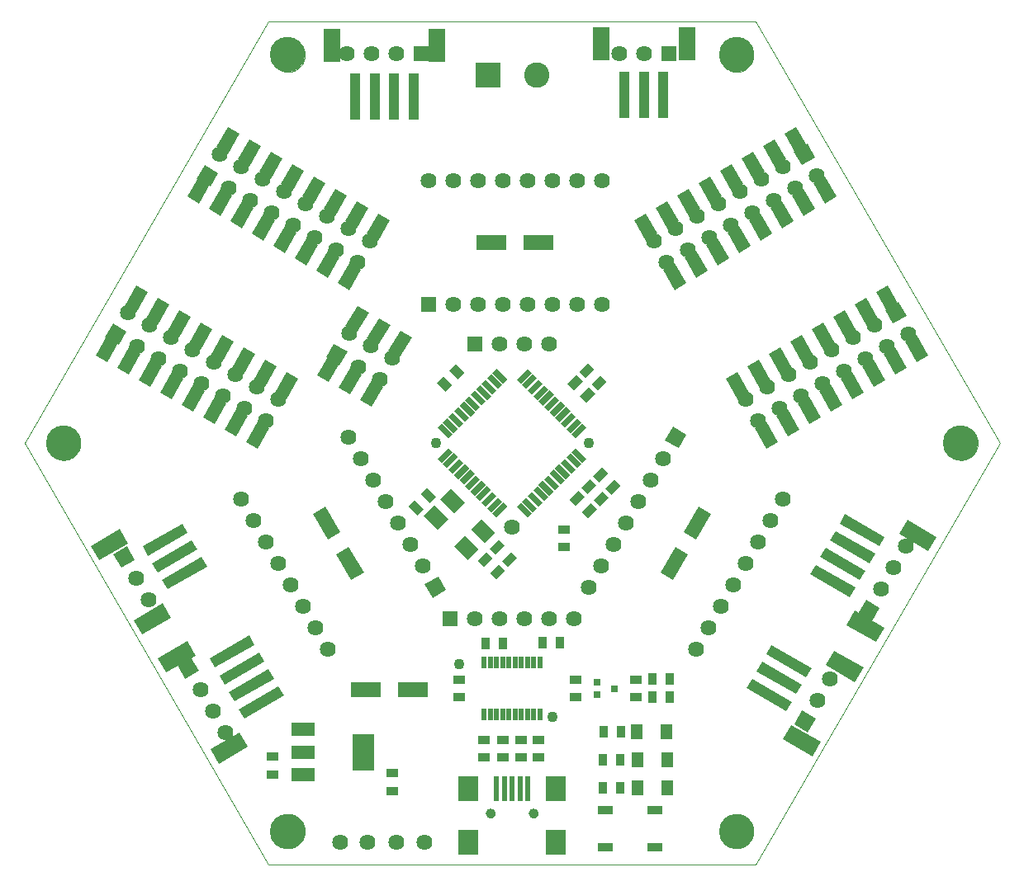
<source format=gts>
G75*
%MOIN*%
%OFA0B0*%
%FSLAX24Y24*%
%IPPOS*%
%LPD*%
%AMOC8*
5,1,8,0,0,1.08239X$1,22.5*
%
%ADD10C,0.0000*%
%ADD11C,0.1418*%
%ADD12R,0.0434X0.1851*%
%ADD13R,0.0670X0.1379*%
%ADD14R,0.1379X0.0670*%
%ADD15R,0.1221X0.0591*%
%ADD16R,0.0355X0.0512*%
%ADD17R,0.0788X0.0591*%
%ADD18R,0.0640X0.0640*%
%ADD19C,0.0640*%
%ADD20R,0.0946X0.0540*%
%ADD21R,0.0640X0.0640*%
%ADD22R,0.0640X0.0340*%
%ADD23R,0.0512X0.0355*%
%ADD24R,0.0237X0.1024*%
%ADD25R,0.0827X0.1024*%
%ADD26C,0.0394*%
%ADD27R,0.0190X0.0490*%
%ADD28R,0.0316X0.0316*%
%ADD29R,0.0512X0.0591*%
%ADD30R,0.0240X0.0620*%
%ADD31C,0.0434*%
%ADD32R,0.0920X0.0520*%
%ADD33R,0.0906X0.1457*%
%ADD34C,0.1024*%
%ADD35R,0.1024X0.1024*%
D10*
X009993Y000744D02*
X000150Y017792D01*
X009993Y034839D01*
X029678Y034839D01*
X039520Y017792D01*
X029678Y000744D01*
X009993Y000744D01*
X010091Y002108D02*
X010093Y002160D01*
X010099Y002212D01*
X010109Y002263D01*
X010122Y002313D01*
X010140Y002363D01*
X010161Y002410D01*
X010185Y002456D01*
X010214Y002500D01*
X010245Y002542D01*
X010279Y002581D01*
X010316Y002618D01*
X010356Y002651D01*
X010399Y002682D01*
X010443Y002709D01*
X010489Y002733D01*
X010538Y002753D01*
X010587Y002769D01*
X010638Y002782D01*
X010689Y002791D01*
X010741Y002796D01*
X010793Y002797D01*
X010845Y002794D01*
X010897Y002787D01*
X010948Y002776D01*
X010998Y002762D01*
X011047Y002743D01*
X011094Y002721D01*
X011139Y002696D01*
X011183Y002667D01*
X011224Y002635D01*
X011263Y002600D01*
X011298Y002562D01*
X011331Y002521D01*
X011361Y002479D01*
X011387Y002434D01*
X011410Y002387D01*
X011429Y002338D01*
X011445Y002288D01*
X011457Y002238D01*
X011465Y002186D01*
X011469Y002134D01*
X011469Y002082D01*
X011465Y002030D01*
X011457Y001978D01*
X011445Y001928D01*
X011429Y001878D01*
X011410Y001829D01*
X011387Y001782D01*
X011361Y001737D01*
X011331Y001695D01*
X011298Y001654D01*
X011263Y001616D01*
X011224Y001581D01*
X011183Y001549D01*
X011139Y001520D01*
X011094Y001495D01*
X011047Y001473D01*
X010998Y001454D01*
X010948Y001440D01*
X010897Y001429D01*
X010845Y001422D01*
X010793Y001419D01*
X010741Y001420D01*
X010689Y001425D01*
X010638Y001434D01*
X010587Y001447D01*
X010538Y001463D01*
X010489Y001483D01*
X010443Y001507D01*
X010399Y001534D01*
X010356Y001565D01*
X010316Y001598D01*
X010279Y001635D01*
X010245Y001674D01*
X010214Y001716D01*
X010185Y001760D01*
X010161Y001806D01*
X010140Y001853D01*
X010122Y001903D01*
X010109Y001953D01*
X010099Y002004D01*
X010093Y002056D01*
X010091Y002108D01*
X018792Y002831D02*
X018794Y002857D01*
X018800Y002883D01*
X018810Y002908D01*
X018823Y002931D01*
X018839Y002951D01*
X018859Y002969D01*
X018881Y002984D01*
X018904Y002996D01*
X018930Y003004D01*
X018956Y003008D01*
X018982Y003008D01*
X019008Y003004D01*
X019034Y002996D01*
X019058Y002984D01*
X019079Y002969D01*
X019099Y002951D01*
X019115Y002931D01*
X019128Y002908D01*
X019138Y002883D01*
X019144Y002857D01*
X019146Y002831D01*
X019144Y002805D01*
X019138Y002779D01*
X019128Y002754D01*
X019115Y002731D01*
X019099Y002711D01*
X019079Y002693D01*
X019057Y002678D01*
X019034Y002666D01*
X019008Y002658D01*
X018982Y002654D01*
X018956Y002654D01*
X018930Y002658D01*
X018904Y002666D01*
X018880Y002678D01*
X018859Y002693D01*
X018839Y002711D01*
X018823Y002731D01*
X018810Y002754D01*
X018800Y002779D01*
X018794Y002805D01*
X018792Y002831D01*
X020524Y002831D02*
X020526Y002857D01*
X020532Y002883D01*
X020542Y002908D01*
X020555Y002931D01*
X020571Y002951D01*
X020591Y002969D01*
X020613Y002984D01*
X020636Y002996D01*
X020662Y003004D01*
X020688Y003008D01*
X020714Y003008D01*
X020740Y003004D01*
X020766Y002996D01*
X020790Y002984D01*
X020811Y002969D01*
X020831Y002951D01*
X020847Y002931D01*
X020860Y002908D01*
X020870Y002883D01*
X020876Y002857D01*
X020878Y002831D01*
X020876Y002805D01*
X020870Y002779D01*
X020860Y002754D01*
X020847Y002731D01*
X020831Y002711D01*
X020811Y002693D01*
X020789Y002678D01*
X020766Y002666D01*
X020740Y002658D01*
X020714Y002654D01*
X020688Y002654D01*
X020662Y002658D01*
X020636Y002666D01*
X020612Y002678D01*
X020591Y002693D01*
X020571Y002711D01*
X020555Y002731D01*
X020542Y002754D01*
X020532Y002779D01*
X020526Y002805D01*
X020524Y002831D01*
X028201Y002108D02*
X028203Y002160D01*
X028209Y002212D01*
X028219Y002263D01*
X028232Y002313D01*
X028250Y002363D01*
X028271Y002410D01*
X028295Y002456D01*
X028324Y002500D01*
X028355Y002542D01*
X028389Y002581D01*
X028426Y002618D01*
X028466Y002651D01*
X028509Y002682D01*
X028553Y002709D01*
X028599Y002733D01*
X028648Y002753D01*
X028697Y002769D01*
X028748Y002782D01*
X028799Y002791D01*
X028851Y002796D01*
X028903Y002797D01*
X028955Y002794D01*
X029007Y002787D01*
X029058Y002776D01*
X029108Y002762D01*
X029157Y002743D01*
X029204Y002721D01*
X029249Y002696D01*
X029293Y002667D01*
X029334Y002635D01*
X029373Y002600D01*
X029408Y002562D01*
X029441Y002521D01*
X029471Y002479D01*
X029497Y002434D01*
X029520Y002387D01*
X029539Y002338D01*
X029555Y002288D01*
X029567Y002238D01*
X029575Y002186D01*
X029579Y002134D01*
X029579Y002082D01*
X029575Y002030D01*
X029567Y001978D01*
X029555Y001928D01*
X029539Y001878D01*
X029520Y001829D01*
X029497Y001782D01*
X029471Y001737D01*
X029441Y001695D01*
X029408Y001654D01*
X029373Y001616D01*
X029334Y001581D01*
X029293Y001549D01*
X029249Y001520D01*
X029204Y001495D01*
X029157Y001473D01*
X029108Y001454D01*
X029058Y001440D01*
X029007Y001429D01*
X028955Y001422D01*
X028903Y001419D01*
X028851Y001420D01*
X028799Y001425D01*
X028748Y001434D01*
X028697Y001447D01*
X028648Y001463D01*
X028599Y001483D01*
X028553Y001507D01*
X028509Y001534D01*
X028466Y001565D01*
X028426Y001598D01*
X028389Y001635D01*
X028355Y001674D01*
X028324Y001716D01*
X028295Y001760D01*
X028271Y001806D01*
X028250Y001853D01*
X028232Y001903D01*
X028219Y001953D01*
X028209Y002004D01*
X028203Y002056D01*
X028201Y002108D01*
X037256Y017792D02*
X037258Y017844D01*
X037264Y017896D01*
X037274Y017947D01*
X037287Y017997D01*
X037305Y018047D01*
X037326Y018094D01*
X037350Y018140D01*
X037379Y018184D01*
X037410Y018226D01*
X037444Y018265D01*
X037481Y018302D01*
X037521Y018335D01*
X037564Y018366D01*
X037608Y018393D01*
X037654Y018417D01*
X037703Y018437D01*
X037752Y018453D01*
X037803Y018466D01*
X037854Y018475D01*
X037906Y018480D01*
X037958Y018481D01*
X038010Y018478D01*
X038062Y018471D01*
X038113Y018460D01*
X038163Y018446D01*
X038212Y018427D01*
X038259Y018405D01*
X038304Y018380D01*
X038348Y018351D01*
X038389Y018319D01*
X038428Y018284D01*
X038463Y018246D01*
X038496Y018205D01*
X038526Y018163D01*
X038552Y018118D01*
X038575Y018071D01*
X038594Y018022D01*
X038610Y017972D01*
X038622Y017922D01*
X038630Y017870D01*
X038634Y017818D01*
X038634Y017766D01*
X038630Y017714D01*
X038622Y017662D01*
X038610Y017612D01*
X038594Y017562D01*
X038575Y017513D01*
X038552Y017466D01*
X038526Y017421D01*
X038496Y017379D01*
X038463Y017338D01*
X038428Y017300D01*
X038389Y017265D01*
X038348Y017233D01*
X038304Y017204D01*
X038259Y017179D01*
X038212Y017157D01*
X038163Y017138D01*
X038113Y017124D01*
X038062Y017113D01*
X038010Y017106D01*
X037958Y017103D01*
X037906Y017104D01*
X037854Y017109D01*
X037803Y017118D01*
X037752Y017131D01*
X037703Y017147D01*
X037654Y017167D01*
X037608Y017191D01*
X037564Y017218D01*
X037521Y017249D01*
X037481Y017282D01*
X037444Y017319D01*
X037410Y017358D01*
X037379Y017400D01*
X037350Y017444D01*
X037326Y017490D01*
X037305Y017537D01*
X037287Y017587D01*
X037274Y017637D01*
X037264Y017688D01*
X037258Y017740D01*
X037256Y017792D01*
X028201Y033476D02*
X028203Y033528D01*
X028209Y033580D01*
X028219Y033631D01*
X028232Y033681D01*
X028250Y033731D01*
X028271Y033778D01*
X028295Y033824D01*
X028324Y033868D01*
X028355Y033910D01*
X028389Y033949D01*
X028426Y033986D01*
X028466Y034019D01*
X028509Y034050D01*
X028553Y034077D01*
X028599Y034101D01*
X028648Y034121D01*
X028697Y034137D01*
X028748Y034150D01*
X028799Y034159D01*
X028851Y034164D01*
X028903Y034165D01*
X028955Y034162D01*
X029007Y034155D01*
X029058Y034144D01*
X029108Y034130D01*
X029157Y034111D01*
X029204Y034089D01*
X029249Y034064D01*
X029293Y034035D01*
X029334Y034003D01*
X029373Y033968D01*
X029408Y033930D01*
X029441Y033889D01*
X029471Y033847D01*
X029497Y033802D01*
X029520Y033755D01*
X029539Y033706D01*
X029555Y033656D01*
X029567Y033606D01*
X029575Y033554D01*
X029579Y033502D01*
X029579Y033450D01*
X029575Y033398D01*
X029567Y033346D01*
X029555Y033296D01*
X029539Y033246D01*
X029520Y033197D01*
X029497Y033150D01*
X029471Y033105D01*
X029441Y033063D01*
X029408Y033022D01*
X029373Y032984D01*
X029334Y032949D01*
X029293Y032917D01*
X029249Y032888D01*
X029204Y032863D01*
X029157Y032841D01*
X029108Y032822D01*
X029058Y032808D01*
X029007Y032797D01*
X028955Y032790D01*
X028903Y032787D01*
X028851Y032788D01*
X028799Y032793D01*
X028748Y032802D01*
X028697Y032815D01*
X028648Y032831D01*
X028599Y032851D01*
X028553Y032875D01*
X028509Y032902D01*
X028466Y032933D01*
X028426Y032966D01*
X028389Y033003D01*
X028355Y033042D01*
X028324Y033084D01*
X028295Y033128D01*
X028271Y033174D01*
X028250Y033221D01*
X028232Y033271D01*
X028219Y033321D01*
X028209Y033372D01*
X028203Y033424D01*
X028201Y033476D01*
X010091Y033476D02*
X010093Y033528D01*
X010099Y033580D01*
X010109Y033631D01*
X010122Y033681D01*
X010140Y033731D01*
X010161Y033778D01*
X010185Y033824D01*
X010214Y033868D01*
X010245Y033910D01*
X010279Y033949D01*
X010316Y033986D01*
X010356Y034019D01*
X010399Y034050D01*
X010443Y034077D01*
X010489Y034101D01*
X010538Y034121D01*
X010587Y034137D01*
X010638Y034150D01*
X010689Y034159D01*
X010741Y034164D01*
X010793Y034165D01*
X010845Y034162D01*
X010897Y034155D01*
X010948Y034144D01*
X010998Y034130D01*
X011047Y034111D01*
X011094Y034089D01*
X011139Y034064D01*
X011183Y034035D01*
X011224Y034003D01*
X011263Y033968D01*
X011298Y033930D01*
X011331Y033889D01*
X011361Y033847D01*
X011387Y033802D01*
X011410Y033755D01*
X011429Y033706D01*
X011445Y033656D01*
X011457Y033606D01*
X011465Y033554D01*
X011469Y033502D01*
X011469Y033450D01*
X011465Y033398D01*
X011457Y033346D01*
X011445Y033296D01*
X011429Y033246D01*
X011410Y033197D01*
X011387Y033150D01*
X011361Y033105D01*
X011331Y033063D01*
X011298Y033022D01*
X011263Y032984D01*
X011224Y032949D01*
X011183Y032917D01*
X011139Y032888D01*
X011094Y032863D01*
X011047Y032841D01*
X010998Y032822D01*
X010948Y032808D01*
X010897Y032797D01*
X010845Y032790D01*
X010793Y032787D01*
X010741Y032788D01*
X010689Y032793D01*
X010638Y032802D01*
X010587Y032815D01*
X010538Y032831D01*
X010489Y032851D01*
X010443Y032875D01*
X010399Y032902D01*
X010356Y032933D01*
X010316Y032966D01*
X010279Y033003D01*
X010245Y033042D01*
X010214Y033084D01*
X010185Y033128D01*
X010161Y033174D01*
X010140Y033221D01*
X010122Y033271D01*
X010109Y033321D01*
X010099Y033372D01*
X010093Y033424D01*
X010091Y033476D01*
X001036Y017792D02*
X001038Y017844D01*
X001044Y017896D01*
X001054Y017947D01*
X001067Y017997D01*
X001085Y018047D01*
X001106Y018094D01*
X001130Y018140D01*
X001159Y018184D01*
X001190Y018226D01*
X001224Y018265D01*
X001261Y018302D01*
X001301Y018335D01*
X001344Y018366D01*
X001388Y018393D01*
X001434Y018417D01*
X001483Y018437D01*
X001532Y018453D01*
X001583Y018466D01*
X001634Y018475D01*
X001686Y018480D01*
X001738Y018481D01*
X001790Y018478D01*
X001842Y018471D01*
X001893Y018460D01*
X001943Y018446D01*
X001992Y018427D01*
X002039Y018405D01*
X002084Y018380D01*
X002128Y018351D01*
X002169Y018319D01*
X002208Y018284D01*
X002243Y018246D01*
X002276Y018205D01*
X002306Y018163D01*
X002332Y018118D01*
X002355Y018071D01*
X002374Y018022D01*
X002390Y017972D01*
X002402Y017922D01*
X002410Y017870D01*
X002414Y017818D01*
X002414Y017766D01*
X002410Y017714D01*
X002402Y017662D01*
X002390Y017612D01*
X002374Y017562D01*
X002355Y017513D01*
X002332Y017466D01*
X002306Y017421D01*
X002276Y017379D01*
X002243Y017338D01*
X002208Y017300D01*
X002169Y017265D01*
X002128Y017233D01*
X002084Y017204D01*
X002039Y017179D01*
X001992Y017157D01*
X001943Y017138D01*
X001893Y017124D01*
X001842Y017113D01*
X001790Y017106D01*
X001738Y017103D01*
X001686Y017104D01*
X001634Y017109D01*
X001583Y017118D01*
X001532Y017131D01*
X001483Y017147D01*
X001434Y017167D01*
X001388Y017191D01*
X001344Y017218D01*
X001301Y017249D01*
X001261Y017282D01*
X001224Y017319D01*
X001190Y017358D01*
X001159Y017400D01*
X001130Y017444D01*
X001106Y017490D01*
X001085Y017537D01*
X001067Y017587D01*
X001054Y017637D01*
X001044Y017688D01*
X001038Y017740D01*
X001036Y017792D01*
D11*
X001725Y017792D03*
X010780Y002108D03*
X028890Y002108D03*
X037945Y017792D03*
X028890Y033476D03*
X010780Y033476D03*
D12*
X013496Y031796D03*
X014284Y031796D03*
X015071Y031796D03*
X015859Y031796D03*
X024367Y031874D03*
X025154Y031874D03*
X025941Y031874D03*
G36*
X033061Y014539D02*
X033278Y014915D01*
X034879Y013991D01*
X034662Y013615D01*
X033061Y014539D01*
G37*
G36*
X032667Y013857D02*
X032884Y014233D01*
X034485Y013309D01*
X034268Y012933D01*
X032667Y013857D01*
G37*
G36*
X032274Y013176D02*
X032491Y013552D01*
X034092Y012628D01*
X033875Y012252D01*
X032274Y013176D01*
G37*
G36*
X031880Y012494D02*
X032097Y012870D01*
X033698Y011946D01*
X033481Y011570D01*
X031880Y012494D01*
G37*
G36*
X030098Y009250D02*
X030315Y009626D01*
X031916Y008702D01*
X031699Y008326D01*
X030098Y009250D01*
G37*
G36*
X029704Y008568D02*
X029921Y008944D01*
X031522Y008020D01*
X031305Y007644D01*
X029704Y008568D01*
G37*
G36*
X029311Y007886D02*
X029528Y008262D01*
X031129Y007338D01*
X030912Y006962D01*
X029311Y007886D01*
G37*
G36*
X010406Y007964D02*
X010623Y007588D01*
X009022Y006664D01*
X008805Y007040D01*
X010406Y007964D01*
G37*
G36*
X010012Y008646D02*
X010229Y008270D01*
X008628Y007346D01*
X008411Y007722D01*
X010012Y008646D01*
G37*
G36*
X009618Y009328D02*
X009835Y008952D01*
X008234Y008028D01*
X008017Y008404D01*
X009618Y009328D01*
G37*
G36*
X009224Y010009D02*
X009441Y009633D01*
X007840Y008709D01*
X007623Y009085D01*
X009224Y010009D01*
G37*
G36*
X007306Y013175D02*
X007523Y012799D01*
X005922Y011875D01*
X005705Y012251D01*
X007306Y013175D01*
G37*
G36*
X006913Y013857D02*
X007130Y013481D01*
X005529Y012557D01*
X005312Y012933D01*
X006913Y013857D01*
G37*
G36*
X006519Y014538D02*
X006736Y014162D01*
X005135Y013238D01*
X004918Y013614D01*
X006519Y014538D01*
G37*
D13*
X012552Y033843D03*
X016804Y033843D03*
X023422Y033922D03*
X026886Y033922D03*
D14*
G36*
X036644Y013426D02*
X035451Y014114D01*
X035786Y014694D01*
X036979Y014006D01*
X036644Y013426D01*
G37*
G36*
X034518Y009744D02*
X033325Y010432D01*
X033660Y011012D01*
X034853Y010324D01*
X034518Y009744D01*
G37*
G36*
X033681Y008136D02*
X032488Y008824D01*
X032823Y009404D01*
X034016Y008716D01*
X033681Y008136D01*
G37*
G36*
X031949Y005136D02*
X030756Y005824D01*
X031091Y006404D01*
X032284Y005716D01*
X031949Y005136D01*
G37*
G36*
X007649Y005418D02*
X008842Y006106D01*
X009177Y005526D01*
X007984Y004838D01*
X007649Y005418D01*
G37*
G36*
X005523Y009100D02*
X006716Y009788D01*
X007051Y009208D01*
X005858Y008520D01*
X005523Y009100D01*
G37*
G36*
X004550Y010629D02*
X005743Y011317D01*
X006078Y010737D01*
X004885Y010049D01*
X004550Y010629D01*
G37*
G36*
X002817Y013629D02*
X004010Y014317D01*
X004345Y013737D01*
X003152Y013049D01*
X002817Y013629D01*
G37*
D15*
G36*
X012398Y013886D02*
X011789Y014941D01*
X012300Y015236D01*
X012909Y014181D01*
X012398Y013886D01*
G37*
G36*
X013343Y012249D02*
X012734Y013304D01*
X013245Y013599D01*
X013854Y012544D01*
X013343Y012249D01*
G37*
X013930Y007831D03*
X015819Y007831D03*
G36*
X026936Y013304D02*
X026327Y012249D01*
X025816Y012544D01*
X026425Y013599D01*
X026936Y013304D01*
G37*
G36*
X027881Y014941D02*
X027272Y013886D01*
X026761Y014181D01*
X027370Y015236D01*
X027881Y014941D01*
G37*
X020898Y025891D03*
X019008Y025891D03*
D16*
G36*
X017299Y020735D02*
X017550Y020986D01*
X017911Y020625D01*
X017660Y020374D01*
X017299Y020735D01*
G37*
G36*
X016798Y020234D02*
X017049Y020485D01*
X017410Y020124D01*
X017159Y019873D01*
X016798Y020234D01*
G37*
G36*
X016770Y015625D02*
X016519Y015374D01*
X016158Y015735D01*
X016409Y015986D01*
X016770Y015625D01*
G37*
G36*
X016268Y015124D02*
X016017Y014873D01*
X015656Y015234D01*
X015907Y015485D01*
X016268Y015124D01*
G37*
G36*
X018703Y012776D02*
X018452Y013027D01*
X018813Y013388D01*
X019064Y013137D01*
X018703Y012776D01*
G37*
G36*
X019204Y012275D02*
X018953Y012526D01*
X019314Y012887D01*
X019565Y012636D01*
X019204Y012275D01*
G37*
G36*
X019676Y012786D02*
X019425Y013037D01*
X019786Y013398D01*
X020037Y013147D01*
X019676Y012786D01*
G37*
G36*
X019175Y013287D02*
X018924Y013538D01*
X019285Y013899D01*
X019536Y013648D01*
X019175Y013287D01*
G37*
G36*
X022514Y015868D02*
X022765Y015617D01*
X022404Y015256D01*
X022153Y015507D01*
X022514Y015868D01*
G37*
G36*
X022876Y015728D02*
X022625Y015979D01*
X022986Y016340D01*
X023237Y016089D01*
X022876Y015728D01*
G37*
G36*
X023015Y015367D02*
X023266Y015116D01*
X022905Y014755D01*
X022654Y015006D01*
X023015Y015367D01*
G37*
G36*
X023377Y015227D02*
X023126Y015478D01*
X023487Y015839D01*
X023738Y015588D01*
X023377Y015227D01*
G37*
G36*
X023849Y015700D02*
X023598Y015951D01*
X023959Y016312D01*
X024210Y016061D01*
X023849Y015700D01*
G37*
G36*
X023348Y016201D02*
X023097Y016452D01*
X023458Y016813D01*
X023709Y016562D01*
X023348Y016201D01*
G37*
G36*
X022826Y019440D02*
X022575Y019691D01*
X022936Y020052D01*
X023187Y019801D01*
X022826Y019440D01*
G37*
G36*
X022325Y019941D02*
X022074Y020192D01*
X022435Y020553D01*
X022686Y020302D01*
X022325Y019941D01*
G37*
G36*
X023298Y019912D02*
X023047Y020163D01*
X023408Y020524D01*
X023659Y020273D01*
X023298Y019912D01*
G37*
G36*
X022797Y020413D02*
X022546Y020664D01*
X022907Y021025D01*
X023158Y020774D01*
X022797Y020413D01*
G37*
X021764Y009721D03*
X021056Y009721D03*
X019481Y009681D03*
X018772Y009681D03*
X023536Y006138D03*
X024244Y006138D03*
X024205Y004996D03*
X023496Y004996D03*
X023496Y003855D03*
X024205Y003855D03*
X025504Y007530D03*
X026213Y007530D03*
X026213Y008264D03*
X025504Y008264D03*
D17*
G36*
X018730Y013742D02*
X018173Y014299D01*
X018590Y014716D01*
X019147Y014159D01*
X018730Y013742D01*
G37*
G36*
X018062Y013074D02*
X017505Y013631D01*
X017922Y014048D01*
X018479Y013491D01*
X018062Y013074D01*
G37*
G36*
X016837Y014299D02*
X016280Y014856D01*
X016697Y015273D01*
X017254Y014716D01*
X016837Y014299D01*
G37*
G36*
X017505Y014967D02*
X016948Y015524D01*
X017365Y015941D01*
X017922Y015384D01*
X017505Y014967D01*
G37*
D18*
G36*
X016853Y012398D02*
X017173Y011844D01*
X016619Y011524D01*
X016299Y012078D01*
X016853Y012398D01*
G37*
G36*
X025997Y017907D02*
X026317Y018461D01*
X026871Y018141D01*
X026551Y017587D01*
X025997Y017907D01*
G37*
G36*
X034126Y011449D02*
X034680Y011129D01*
X034360Y010575D01*
X033806Y010895D01*
X034126Y011449D01*
G37*
G36*
X031543Y006976D02*
X032097Y006656D01*
X031777Y006102D01*
X031223Y006422D01*
X031543Y006976D01*
G37*
G36*
X034894Y023164D02*
X035448Y023484D01*
X035768Y022930D01*
X035214Y022610D01*
X034894Y023164D01*
G37*
G36*
X031197Y029567D02*
X031751Y029887D01*
X032071Y029333D01*
X031517Y029013D01*
X031197Y029567D01*
G37*
G36*
X012873Y020926D02*
X012319Y021246D01*
X012639Y021800D01*
X013193Y021480D01*
X012873Y020926D01*
G37*
G36*
X007653Y028147D02*
X007099Y028467D01*
X007419Y029021D01*
X007973Y028701D01*
X007653Y028147D01*
G37*
G36*
X003956Y021744D02*
X003402Y022064D01*
X003722Y022618D01*
X004276Y022298D01*
X003956Y021744D01*
G37*
G36*
X004615Y013068D02*
X004061Y012748D01*
X003741Y013302D01*
X004295Y013622D01*
X004615Y013068D01*
G37*
G36*
X007197Y008587D02*
X006643Y008267D01*
X006323Y008821D01*
X006877Y009141D01*
X007197Y008587D01*
G37*
D19*
X007760Y006972D03*
X008260Y006106D03*
X007260Y007838D03*
X005178Y011453D03*
X004678Y012319D03*
X008906Y015524D03*
X009406Y014658D03*
X009906Y013792D03*
X010406Y012926D03*
X010906Y012060D03*
X011406Y011193D03*
X011906Y010327D03*
X012406Y009461D03*
X016236Y012827D03*
X015736Y013693D03*
X015236Y014560D03*
X014736Y015426D03*
X014236Y016292D03*
X013736Y017158D03*
X013236Y018024D03*
X014488Y020363D03*
X014988Y021229D03*
X014122Y021729D03*
X013256Y022229D03*
X013622Y020863D03*
X010401Y019547D03*
X009901Y018681D03*
X009035Y019181D03*
X008169Y019681D03*
X007303Y020181D03*
X006437Y020681D03*
X005571Y021181D03*
X004705Y021681D03*
X005205Y022547D03*
X006071Y022047D03*
X006937Y021547D03*
X007803Y021047D03*
X008669Y020547D03*
X009535Y020047D03*
X004339Y023047D03*
X009268Y027584D03*
X010134Y027084D03*
X011000Y026584D03*
X011866Y026084D03*
X012732Y025584D03*
X013598Y025084D03*
X014098Y025950D03*
X013232Y026450D03*
X012366Y026950D03*
X011500Y027450D03*
X010634Y027950D03*
X009768Y028450D03*
X008902Y028950D03*
X008402Y028084D03*
X008036Y029450D03*
X013178Y033540D03*
X014178Y033540D03*
X015178Y033540D03*
X016453Y028391D03*
X017453Y028391D03*
X018453Y028391D03*
X019453Y028391D03*
X020453Y028391D03*
X021453Y028391D03*
X022453Y028391D03*
X023453Y028391D03*
X025572Y025950D03*
X026438Y026450D03*
X026938Y025584D03*
X026072Y025084D03*
X027804Y026084D03*
X028670Y026584D03*
X029536Y027084D03*
X029036Y027950D03*
X029902Y028450D03*
X030768Y028950D03*
X031268Y028084D03*
X030402Y027584D03*
X032134Y028584D03*
X028170Y027450D03*
X027304Y026950D03*
X023453Y023391D03*
X022453Y023391D03*
X021453Y023391D03*
X020453Y023391D03*
X019453Y023391D03*
X018453Y023391D03*
X017453Y023391D03*
X019335Y021784D03*
X020335Y021784D03*
X021335Y021784D03*
X025934Y017158D03*
X025434Y016292D03*
X024934Y015426D03*
X024434Y014560D03*
X023934Y013693D03*
X023434Y012827D03*
X022934Y011961D03*
X022335Y010705D03*
X021335Y010705D03*
X020335Y010705D03*
X019335Y010705D03*
X018335Y010705D03*
X019835Y014406D03*
X027264Y009461D03*
X027764Y010327D03*
X028264Y011193D03*
X028764Y012060D03*
X029264Y012926D03*
X029764Y013792D03*
X030264Y014658D03*
X030764Y015524D03*
X029769Y018681D03*
X029269Y019547D03*
X030135Y020047D03*
X030635Y019181D03*
X031501Y019681D03*
X032367Y020181D03*
X033233Y020681D03*
X034099Y021181D03*
X034965Y021681D03*
X035831Y022181D03*
X034465Y022547D03*
X033599Y022047D03*
X032733Y021547D03*
X031867Y021047D03*
X031001Y020547D03*
X035743Y013610D03*
X035243Y012744D03*
X034743Y011878D03*
X032660Y008271D03*
X032160Y007405D03*
X016308Y001650D03*
X015172Y001650D03*
X014011Y001650D03*
X012911Y001650D03*
X024150Y033540D03*
X025150Y033540D03*
D20*
G36*
X029577Y028472D02*
X029105Y029290D01*
X029573Y029560D01*
X030045Y028742D01*
X029577Y028472D01*
G37*
G36*
X028711Y027972D02*
X028239Y028790D01*
X028707Y029060D01*
X029179Y028242D01*
X028711Y027972D01*
G37*
G36*
X027845Y027472D02*
X027373Y028290D01*
X027841Y028560D01*
X028313Y027742D01*
X027845Y027472D01*
G37*
G36*
X026979Y026972D02*
X026507Y027790D01*
X026975Y028060D01*
X027447Y027242D01*
X026979Y026972D01*
G37*
G36*
X026113Y026472D02*
X025641Y027290D01*
X026109Y027560D01*
X026581Y026742D01*
X026113Y026472D01*
G37*
G36*
X025247Y025972D02*
X024775Y026790D01*
X025243Y027060D01*
X025715Y026242D01*
X025247Y025972D01*
G37*
G36*
X026401Y023974D02*
X025929Y024792D01*
X026397Y025062D01*
X026869Y024244D01*
X026401Y023974D01*
G37*
G36*
X027267Y024474D02*
X026795Y025292D01*
X027263Y025562D01*
X027735Y024744D01*
X027267Y024474D01*
G37*
G36*
X028133Y024974D02*
X027661Y025792D01*
X028129Y026062D01*
X028601Y025244D01*
X028133Y024974D01*
G37*
G36*
X028999Y025474D02*
X028527Y026292D01*
X028995Y026562D01*
X029467Y025744D01*
X028999Y025474D01*
G37*
G36*
X029865Y025974D02*
X029393Y026792D01*
X029861Y027062D01*
X030333Y026244D01*
X029865Y025974D01*
G37*
G36*
X030731Y026474D02*
X030259Y027292D01*
X030727Y027562D01*
X031199Y026744D01*
X030731Y026474D01*
G37*
G36*
X031597Y026974D02*
X031125Y027792D01*
X031593Y028062D01*
X032065Y027244D01*
X031597Y026974D01*
G37*
G36*
X032463Y027474D02*
X031991Y028292D01*
X032459Y028562D01*
X032931Y027744D01*
X032463Y027474D01*
G37*
G36*
X030443Y028972D02*
X029971Y029790D01*
X030439Y030060D01*
X030911Y029242D01*
X030443Y028972D01*
G37*
G36*
X031309Y029472D02*
X030837Y030290D01*
X031305Y030560D01*
X031777Y029742D01*
X031309Y029472D01*
G37*
G36*
X035006Y023069D02*
X034534Y023887D01*
X035002Y024157D01*
X035474Y023339D01*
X035006Y023069D01*
G37*
G36*
X034140Y022569D02*
X033668Y023387D01*
X034136Y023657D01*
X034608Y022839D01*
X034140Y022569D01*
G37*
G36*
X033274Y022069D02*
X032802Y022887D01*
X033270Y023157D01*
X033742Y022339D01*
X033274Y022069D01*
G37*
G36*
X032408Y021569D02*
X031936Y022387D01*
X032404Y022657D01*
X032876Y021839D01*
X032408Y021569D01*
G37*
G36*
X031542Y021069D02*
X031070Y021887D01*
X031538Y022157D01*
X032010Y021339D01*
X031542Y021069D01*
G37*
G36*
X030676Y020569D02*
X030204Y021387D01*
X030672Y021657D01*
X031144Y020839D01*
X030676Y020569D01*
G37*
G36*
X029810Y020069D02*
X029338Y020887D01*
X029806Y021157D01*
X030278Y020339D01*
X029810Y020069D01*
G37*
G36*
X028944Y019569D02*
X028472Y020387D01*
X028940Y020657D01*
X029412Y019839D01*
X028944Y019569D01*
G37*
G36*
X030098Y017571D02*
X029626Y018389D01*
X030094Y018659D01*
X030566Y017841D01*
X030098Y017571D01*
G37*
G36*
X030964Y018071D02*
X030492Y018889D01*
X030960Y019159D01*
X031432Y018341D01*
X030964Y018071D01*
G37*
G36*
X031830Y018571D02*
X031358Y019389D01*
X031826Y019659D01*
X032298Y018841D01*
X031830Y018571D01*
G37*
G36*
X032696Y019071D02*
X032224Y019889D01*
X032692Y020159D01*
X033164Y019341D01*
X032696Y019071D01*
G37*
G36*
X033562Y019571D02*
X033090Y020389D01*
X033558Y020659D01*
X034030Y019841D01*
X033562Y019571D01*
G37*
G36*
X034428Y020071D02*
X033956Y020889D01*
X034424Y021159D01*
X034896Y020341D01*
X034428Y020071D01*
G37*
G36*
X035294Y020571D02*
X034822Y021389D01*
X035290Y021659D01*
X035762Y020841D01*
X035294Y020571D01*
G37*
G36*
X036160Y021071D02*
X035688Y021889D01*
X036156Y022159D01*
X036628Y021341D01*
X036160Y021071D01*
G37*
G36*
X015785Y022069D02*
X015313Y021251D01*
X014845Y021521D01*
X015317Y022339D01*
X015785Y022069D01*
G37*
G36*
X014919Y022569D02*
X014447Y021751D01*
X013979Y022021D01*
X014451Y022839D01*
X014919Y022569D01*
G37*
G36*
X014053Y023069D02*
X013581Y022251D01*
X013113Y022521D01*
X013585Y023339D01*
X014053Y023069D01*
G37*
G36*
X013741Y024792D02*
X013269Y023974D01*
X012801Y024244D01*
X013273Y025062D01*
X013741Y024792D01*
G37*
G36*
X012875Y025292D02*
X012403Y024474D01*
X011935Y024744D01*
X012407Y025562D01*
X012875Y025292D01*
G37*
G36*
X012009Y025792D02*
X011537Y024974D01*
X011069Y025244D01*
X011541Y026062D01*
X012009Y025792D01*
G37*
G36*
X011143Y026292D02*
X010671Y025474D01*
X010203Y025744D01*
X010675Y026562D01*
X011143Y026292D01*
G37*
G36*
X013163Y027790D02*
X012691Y026972D01*
X012223Y027242D01*
X012695Y028060D01*
X013163Y027790D01*
G37*
G36*
X014029Y027290D02*
X013557Y026472D01*
X013089Y026742D01*
X013561Y027560D01*
X014029Y027290D01*
G37*
G36*
X014895Y026790D02*
X014423Y025972D01*
X013955Y026242D01*
X014427Y027060D01*
X014895Y026790D01*
G37*
G36*
X012297Y028290D02*
X011825Y027472D01*
X011357Y027742D01*
X011829Y028560D01*
X012297Y028290D01*
G37*
G36*
X011431Y028790D02*
X010959Y027972D01*
X010491Y028242D01*
X010963Y029060D01*
X011431Y028790D01*
G37*
G36*
X010565Y029290D02*
X010093Y028472D01*
X009625Y028742D01*
X010097Y029560D01*
X010565Y029290D01*
G37*
G36*
X009699Y029790D02*
X009227Y028972D01*
X008759Y029242D01*
X009231Y030060D01*
X009699Y029790D01*
G37*
G36*
X008833Y030290D02*
X008361Y029472D01*
X007893Y029742D01*
X008365Y030560D01*
X008833Y030290D01*
G37*
G36*
X007679Y028292D02*
X007207Y027474D01*
X006739Y027744D01*
X007211Y028562D01*
X007679Y028292D01*
G37*
G36*
X008545Y027792D02*
X008073Y026974D01*
X007605Y027244D01*
X008077Y028062D01*
X008545Y027792D01*
G37*
G36*
X009411Y027292D02*
X008939Y026474D01*
X008471Y026744D01*
X008943Y027562D01*
X009411Y027292D01*
G37*
G36*
X010277Y026792D02*
X009805Y025974D01*
X009337Y026244D01*
X009809Y027062D01*
X010277Y026792D01*
G37*
G36*
X006868Y022887D02*
X006396Y022069D01*
X005928Y022339D01*
X006400Y023157D01*
X006868Y022887D01*
G37*
G36*
X007734Y022387D02*
X007262Y021569D01*
X006794Y021839D01*
X007266Y022657D01*
X007734Y022387D01*
G37*
G36*
X008600Y021887D02*
X008128Y021069D01*
X007660Y021339D01*
X008132Y022157D01*
X008600Y021887D01*
G37*
G36*
X009466Y021387D02*
X008994Y020569D01*
X008526Y020839D01*
X008998Y021657D01*
X009466Y021387D01*
G37*
G36*
X010332Y020887D02*
X009860Y020069D01*
X009392Y020339D01*
X009864Y021157D01*
X010332Y020887D01*
G37*
G36*
X011198Y020387D02*
X010726Y019569D01*
X010258Y019839D01*
X010730Y020657D01*
X011198Y020387D01*
G37*
G36*
X012899Y021071D02*
X012427Y020253D01*
X011959Y020523D01*
X012431Y021341D01*
X012899Y021071D01*
G37*
G36*
X013765Y020571D02*
X013293Y019753D01*
X012825Y020023D01*
X013297Y020841D01*
X013765Y020571D01*
G37*
G36*
X014631Y020071D02*
X014159Y019253D01*
X013691Y019523D01*
X014163Y020341D01*
X014631Y020071D01*
G37*
G36*
X010044Y018389D02*
X009572Y017571D01*
X009104Y017841D01*
X009576Y018659D01*
X010044Y018389D01*
G37*
G36*
X009178Y018889D02*
X008706Y018071D01*
X008238Y018341D01*
X008710Y019159D01*
X009178Y018889D01*
G37*
G36*
X008312Y019389D02*
X007840Y018571D01*
X007372Y018841D01*
X007844Y019659D01*
X008312Y019389D01*
G37*
G36*
X007446Y019889D02*
X006974Y019071D01*
X006506Y019341D01*
X006978Y020159D01*
X007446Y019889D01*
G37*
G36*
X006580Y020389D02*
X006108Y019571D01*
X005640Y019841D01*
X006112Y020659D01*
X006580Y020389D01*
G37*
G36*
X005714Y020889D02*
X005242Y020071D01*
X004774Y020341D01*
X005246Y021159D01*
X005714Y020889D01*
G37*
G36*
X004848Y021389D02*
X004376Y020571D01*
X003908Y020841D01*
X004380Y021659D01*
X004848Y021389D01*
G37*
G36*
X003982Y021889D02*
X003510Y021071D01*
X003042Y021341D01*
X003514Y022159D01*
X003982Y021889D01*
G37*
G36*
X006002Y023387D02*
X005530Y022569D01*
X005062Y022839D01*
X005534Y023657D01*
X006002Y023387D01*
G37*
G36*
X005136Y023887D02*
X004664Y023069D01*
X004196Y023339D01*
X004668Y024157D01*
X005136Y023887D01*
G37*
D21*
X016178Y033540D03*
X026150Y033540D03*
X016453Y023391D03*
X018335Y021784D03*
X017335Y010705D03*
D22*
X023599Y002971D03*
X023599Y001471D03*
X025599Y001471D03*
X025599Y002971D03*
D23*
X020898Y005075D03*
X020189Y005075D03*
X019481Y005075D03*
X019481Y005784D03*
X020189Y005784D03*
X020898Y005784D03*
X018693Y005784D03*
X018693Y005075D03*
X017709Y007516D03*
X017709Y008225D03*
X014993Y004445D03*
X014993Y003737D03*
X010150Y004406D03*
X010150Y005115D03*
X021941Y013579D03*
X021941Y014288D03*
X022394Y008225D03*
X022394Y007516D03*
X024835Y007516D03*
X024835Y008225D03*
D24*
X020465Y003815D03*
X020150Y003815D03*
X019835Y003815D03*
X019520Y003815D03*
X019205Y003815D03*
D25*
X018063Y003815D03*
X018063Y001650D03*
X021607Y001650D03*
X021607Y003815D03*
D26*
X020701Y002831D03*
X018969Y002831D03*
D27*
X018960Y006815D03*
X018710Y006815D03*
X019210Y006815D03*
X019460Y006815D03*
X019710Y006815D03*
X019960Y006815D03*
X020210Y006815D03*
X020460Y006815D03*
X020710Y006815D03*
X020960Y006815D03*
X020960Y008925D03*
X020710Y008925D03*
X020460Y008925D03*
X020210Y008925D03*
X019960Y008925D03*
X019710Y008925D03*
X019460Y008925D03*
X019210Y008925D03*
X018960Y008925D03*
X018710Y008925D03*
D28*
X023250Y008126D03*
X023250Y007615D03*
X023979Y007870D03*
D29*
X024874Y006138D03*
X024914Y004996D03*
X024914Y003855D03*
X026095Y003855D03*
X026095Y004996D03*
X026056Y006138D03*
D30*
G36*
X020019Y015218D02*
X020189Y015388D01*
X020627Y014950D01*
X020457Y014780D01*
X020019Y015218D01*
G37*
G36*
X020238Y015437D02*
X020408Y015607D01*
X020846Y015169D01*
X020676Y014999D01*
X020238Y015437D01*
G37*
G36*
X020464Y015663D02*
X020634Y015833D01*
X021072Y015395D01*
X020902Y015225D01*
X020464Y015663D01*
G37*
G36*
X020684Y015882D02*
X020854Y016052D01*
X021292Y015614D01*
X021122Y015444D01*
X020684Y015882D01*
G37*
G36*
X020910Y016108D02*
X021080Y016278D01*
X021518Y015840D01*
X021348Y015670D01*
X020910Y016108D01*
G37*
G36*
X021129Y016328D02*
X021299Y016498D01*
X021737Y016060D01*
X021567Y015890D01*
X021129Y016328D01*
G37*
G36*
X021348Y016547D02*
X021518Y016717D01*
X021956Y016279D01*
X021786Y016109D01*
X021348Y016547D01*
G37*
G36*
X021575Y016773D02*
X021745Y016943D01*
X022183Y016505D01*
X022013Y016335D01*
X021575Y016773D01*
G37*
G36*
X021794Y016992D02*
X021964Y017162D01*
X022402Y016724D01*
X022232Y016554D01*
X021794Y016992D01*
G37*
G36*
X022020Y017219D02*
X022190Y017389D01*
X022628Y016951D01*
X022458Y016781D01*
X022020Y017219D01*
G37*
G36*
X022239Y017438D02*
X022409Y017608D01*
X022847Y017170D01*
X022677Y017000D01*
X022239Y017438D01*
G37*
G36*
X022409Y017976D02*
X022239Y018146D01*
X022677Y018584D01*
X022847Y018414D01*
X022409Y017976D01*
G37*
G36*
X022190Y018195D02*
X022020Y018365D01*
X022458Y018803D01*
X022628Y018633D01*
X022190Y018195D01*
G37*
G36*
X021964Y018421D02*
X021794Y018591D01*
X022232Y019029D01*
X022402Y018859D01*
X021964Y018421D01*
G37*
G36*
X021745Y018640D02*
X021575Y018810D01*
X022013Y019248D01*
X022183Y019078D01*
X021745Y018640D01*
G37*
G36*
X021518Y018867D02*
X021348Y019037D01*
X021786Y019475D01*
X021956Y019305D01*
X021518Y018867D01*
G37*
G36*
X021299Y019086D02*
X021129Y019256D01*
X021567Y019694D01*
X021737Y019524D01*
X021299Y019086D01*
G37*
G36*
X021080Y019305D02*
X020910Y019475D01*
X021348Y019913D01*
X021518Y019743D01*
X021080Y019305D01*
G37*
G36*
X020854Y019531D02*
X020684Y019701D01*
X021122Y020139D01*
X021292Y019969D01*
X020854Y019531D01*
G37*
G36*
X020634Y019750D02*
X020464Y019920D01*
X020902Y020358D01*
X021072Y020188D01*
X020634Y019750D01*
G37*
G36*
X020408Y019977D02*
X020238Y020147D01*
X020676Y020585D01*
X020846Y020415D01*
X020408Y019977D01*
G37*
G36*
X020189Y020196D02*
X020019Y020366D01*
X020457Y020804D01*
X020627Y020634D01*
X020189Y020196D01*
G37*
G36*
X019043Y020634D02*
X019213Y020804D01*
X019651Y020366D01*
X019481Y020196D01*
X019043Y020634D01*
G37*
G36*
X018824Y020415D02*
X018994Y020585D01*
X019432Y020147D01*
X019262Y019977D01*
X018824Y020415D01*
G37*
G36*
X018598Y020188D02*
X018768Y020358D01*
X019206Y019920D01*
X019036Y019750D01*
X018598Y020188D01*
G37*
G36*
X018378Y019969D02*
X018548Y020139D01*
X018986Y019701D01*
X018816Y019531D01*
X018378Y019969D01*
G37*
G36*
X018152Y019743D02*
X018322Y019913D01*
X018760Y019475D01*
X018590Y019305D01*
X018152Y019743D01*
G37*
G36*
X017933Y019524D02*
X018103Y019694D01*
X018541Y019256D01*
X018371Y019086D01*
X017933Y019524D01*
G37*
G36*
X017714Y019305D02*
X017884Y019475D01*
X018322Y019037D01*
X018152Y018867D01*
X017714Y019305D01*
G37*
G36*
X017487Y019078D02*
X017657Y019248D01*
X018095Y018810D01*
X017925Y018640D01*
X017487Y019078D01*
G37*
G36*
X017268Y018859D02*
X017438Y019029D01*
X017876Y018591D01*
X017706Y018421D01*
X017268Y018859D01*
G37*
G36*
X017042Y018633D02*
X017212Y018803D01*
X017650Y018365D01*
X017480Y018195D01*
X017042Y018633D01*
G37*
G36*
X016823Y018414D02*
X016993Y018584D01*
X017431Y018146D01*
X017261Y017976D01*
X016823Y018414D01*
G37*
G36*
X016993Y017000D02*
X016823Y017170D01*
X017261Y017608D01*
X017431Y017438D01*
X016993Y017000D01*
G37*
G36*
X017212Y016781D02*
X017042Y016951D01*
X017480Y017389D01*
X017650Y017219D01*
X017212Y016781D01*
G37*
G36*
X017438Y016554D02*
X017268Y016724D01*
X017706Y017162D01*
X017876Y016992D01*
X017438Y016554D01*
G37*
G36*
X017657Y016335D02*
X017487Y016505D01*
X017925Y016943D01*
X018095Y016773D01*
X017657Y016335D01*
G37*
G36*
X017884Y016109D02*
X017714Y016279D01*
X018152Y016717D01*
X018322Y016547D01*
X017884Y016109D01*
G37*
G36*
X018103Y015890D02*
X017933Y016060D01*
X018371Y016498D01*
X018541Y016328D01*
X018103Y015890D01*
G37*
G36*
X018322Y015670D02*
X018152Y015840D01*
X018590Y016278D01*
X018760Y016108D01*
X018322Y015670D01*
G37*
G36*
X018548Y015444D02*
X018378Y015614D01*
X018816Y016052D01*
X018986Y015882D01*
X018548Y015444D01*
G37*
G36*
X018768Y015225D02*
X018598Y015395D01*
X019036Y015833D01*
X019206Y015663D01*
X018768Y015225D01*
G37*
G36*
X018994Y014999D02*
X018824Y015169D01*
X019262Y015607D01*
X019432Y015437D01*
X018994Y014999D01*
G37*
G36*
X019213Y014780D02*
X019043Y014950D01*
X019481Y015388D01*
X019651Y015218D01*
X019213Y014780D01*
G37*
D31*
X016764Y017792D03*
X022945Y017792D03*
X017709Y008855D03*
X021449Y006729D03*
D32*
X011400Y006217D03*
X011400Y005307D03*
X011400Y004397D03*
D33*
X013840Y005307D03*
D34*
X020819Y032674D03*
D35*
X018851Y032674D03*
M02*

</source>
